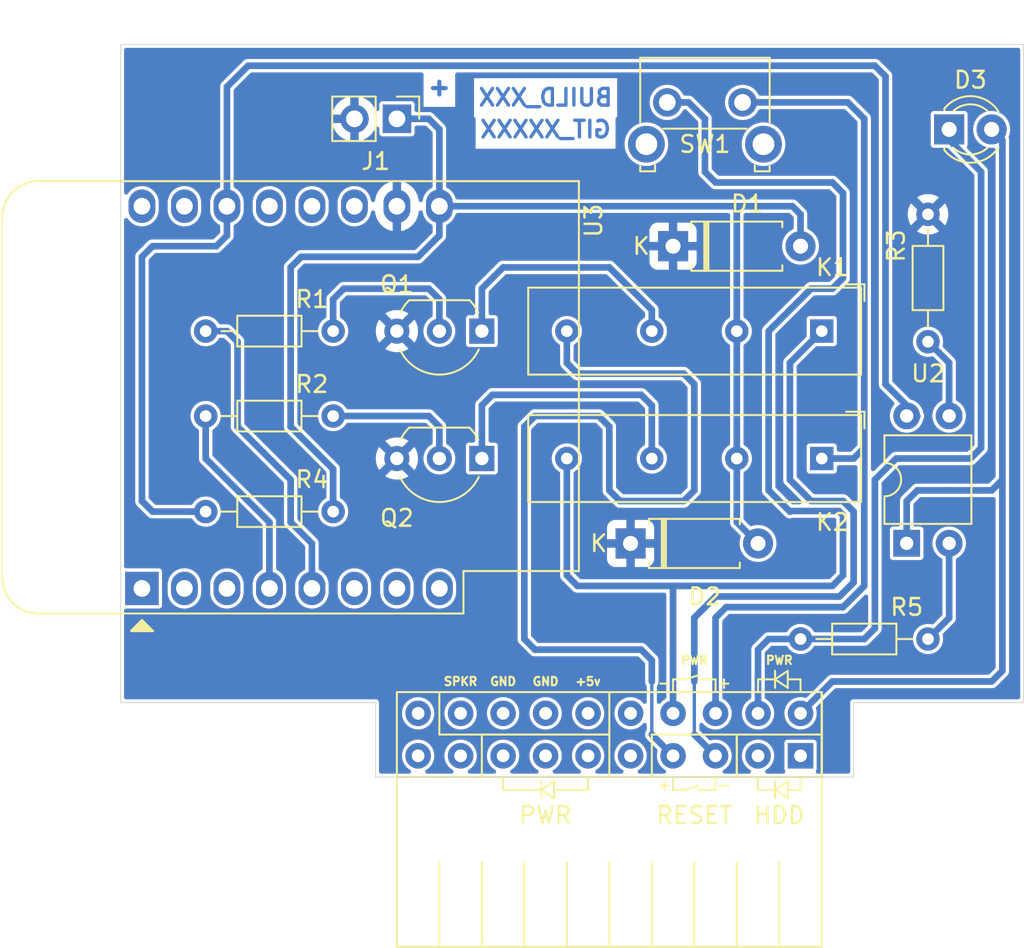
<source format=kicad_pcb>
(kicad_pcb (version 20211014) (generator pcbnew)
  (layers (0 "F.Cu" signal) (31 "B.Cu" signal) (34 "B.Paste" user) (35 "F.Paste" user) (36 "B.SilkS" user "B.Silkscreen") (37 "F.SilkS" user "F.Silkscreen") (38 "B.Mask" user) (39 "F.Mask" user) (44 "Edge.Cuts" user))
  (net 0 "")
  (net 1 "RSTCON_P")
  (net 2 "RSTCON_N")
  (net 3 "PWRBTN_N")
  (net 4 "PWRBTN_P")
  (net 5 "PWRBTN_TTL")
  (net 6 "RSTCON_TTL")
  (net 7 "+5V")
  (net 8 "GND")
  (net 9 "PWRLED_P")
  (net 10 "PWRLED_N")
  (net 11 "Net-(Q1-Pad2)")
  (net 12 "Net-(Q2-Pad2)")
  (net 13 "Net-(R3-Pad2)")
  (net 14 "PWRLED_TTL")
  (net 15 "Net-(K1-Pad5)")
  (net 16 "Net-(K2-Pad5)")
  (net 17 "Net-(R5-Pad1)")
  (footprint "Relay_THT:Relay_SPST_StandexMeder_SIL_Form1A" (layer "F.Cu") (at 151.13 67.31 180)
    (fp_text reference "K2" (at -0.635 -3.81) (layer "F.SilkS"))
    (fp_text value "SILxx-1Axx-71x")
    (fp_line (start -1.45 2.8) (end -2.55 2.8) (layer "F.SilkS") (width 0.12))
    (fp_line (start -2.35 -2.6) (end 17.55 -2.6) (layer "F.SilkS") (width 0.12))
    (fp_line (start -2.35 2.6) (end -2.35 -2.6) (layer "F.SilkS") (width 0.12))
    (fp_line (start 17.55 -2.6) (end 17.55 2.6) (layer "F.SilkS") (width 0.12))
    (fp_line (start 17.55 2.6) (end -2.35 2.6) (layer "F.SilkS") (width 0.12))
    (fp_line (start -2.55 2.8) (end -2.55 1.8) (layer "F.SilkS") (width 0.12))
    (pad "1" thru_hole rect locked (at 0 0 180) (size 1.4 1.4) (drill 0.7) (layers *.Cu *.Mask) (net 4 "PWRBTN_P"))
    (pad "3" thru_hole circle locked (at 5.08 0 180) (size 1.4 1.4) (drill 0.7) (layers *.Cu *.Mask) (net 7 "+5V"))
    (pad "5" thru_hole circle locked (at 10.16 0 180) (size 1.4 1.4) (drill 0.7) (layers *.Cu *.Mask) (net 16 "Net-(K2-Pad5)"))
    (pad "7" thru_hole circle locked (at 15.24 0 180) (size 1.4 1.4) (drill 0.7) (layers *.Cu *.Mask) (net 3 "PWRBTN_N"))
  )
  (footprint "Package_TO_SOT_THT:TO-92_Inline_Wide" (layer "F.Cu") (at 130.81 59.69 180)
    (fp_text reference "Q1" (at 5.08 2.79) (layer "F.SilkS"))
    (fp_text value "BC547")
    (fp_line (start 0.74 1.85) (end 4.34 1.85) (layer "F.SilkS") (width 0.12))
    (fp_arc (start 0.1836 -1.098807) (mid 1.143021 -2.192817) (end 2.54 -2.6) (layer "F.SilkS") (width 0.12))
    (fp_arc (start 0.74 1.85) (mid 0.446097 1.509328) (end 0.215816 1.122795) (layer "F.SilkS") (width 0.12))
    (fp_arc (start 2.54 -2.6) (mid 3.936979 -2.192818) (end 4.8964 -1.098807) (layer "F.SilkS") (width 0.12))
    (fp_arc (start 4.864184 1.122795) (mid 4.633903 1.509328) (end 4.34 1.85) (layer "F.SilkS") (width 0.12))
    (pad "1" thru_hole rect locked (at 0 0 270) (size 1.5 1.5) (drill 0.8) (layers *.Cu *.Mask) (net 15 "Net-(K1-Pad5)"))
    (pad "2" thru_hole circle locked (at 2.54 0 270) (size 1.5 1.5) (drill 0.8) (layers *.Cu *.Mask) (net 11 "Net-(Q1-Pad2)"))
    (pad "3" thru_hole circle locked (at 5.08 0 270) (size 1.5 1.5) (drill 0.8) (layers *.Cu *.Mask) (net 8 "GND"))
  )
  (footprint "Package_TO_SOT_THT:TO-92_Inline_Wide" (layer "F.Cu") (at 130.81 67.31 180)
    (fp_text reference "Q2" (at 5.08 -3.56) (layer "F.SilkS"))
    (fp_text value "BC547")
    (fp_line (start 0.74 1.85) (end 4.34 1.85) (layer "F.SilkS") (width 0.12))
    (fp_arc (start 2.54 -2.6) (mid 3.936979 -2.192818) (end 4.8964 -1.098807) (layer "F.SilkS") (width 0.12))
    (fp_arc (start 4.864184 1.122795) (mid 4.633903 1.509328) (end 4.34 1.85) (layer "F.SilkS") (width 0.12))
    (fp_arc (start 0.1836 -1.098807) (mid 1.143021 -2.192817) (end 2.54 -2.6) (layer "F.SilkS") (width 0.12))
    (fp_arc (start 0.74 1.85) (mid 0.446097 1.509328) (end 0.215816 1.122795) (layer "F.SilkS") (width 0.12))
    (pad "1" thru_hole rect locked (at 0 0 270) (size 1.5 1.5) (drill 0.8) (layers *.Cu *.Mask) (net 16 "Net-(K2-Pad5)"))
    (pad "2" thru_hole circle locked (at 2.54 0 270) (size 1.5 1.5) (drill 0.8) (layers *.Cu *.Mask) (net 12 "Net-(Q2-Pad2)"))
    (pad "3" thru_hole circle locked (at 5.08 0 270) (size 1.5 1.5) (drill 0.8) (layers *.Cu *.Mask) (net 8 "GND"))
  )
  (footprint "Resistor_THT:R_Axial_DIN0204_L3.6mm_D1.6mm_P7.62mm_Horizontal" (layer "F.Cu") (at 114.3 64.77)
    (fp_text reference "R2" (at 6.35 -1.905) (layer "F.SilkS"))
    (fp_text value "220")
    (fp_line (start 0.94 0) (end 1.89 0) (layer "F.SilkS") (width 0.12))
    (fp_line (start 5.73 -0.92) (end 1.89 -0.92) (layer "F.SilkS") (width 0.12))
    (fp_line (start 1.89 -0.92) (end 1.89 0.92) (layer "F.SilkS") (width 0.12))
    (fp_line (start 1.89 0.92) (end 5.73 0.92) (layer "F.SilkS") (width 0.12))
    (fp_line (start 6.68 0) (end 5.73 0) (layer "F.SilkS") (width 0.12))
    (fp_line (start 5.73 0.92) (end 5.73 -0.92) (layer "F.SilkS") (width 0.12))
    (pad "1" thru_hole circle locked (at 0 0) (size 1.4 1.4) (drill 0.7) (layers *.Cu *.Mask) (net 5 "PWRBTN_TTL"))
    (pad "2" thru_hole oval locked (at 7.62 0) (size 1.4 1.4) (drill 0.7) (layers *.Cu *.Mask) (net 12 "Net-(Q2-Pad2)"))
  )
  (footprint "Resistor_THT:R_Axial_DIN0204_L3.6mm_D1.6mm_P7.62mm_Horizontal" (layer "F.Cu") (at 121.92 70.485 180)
    (fp_text reference "R4" (at 1.27 1.92) (layer "F.SilkS"))
    (fp_text value "10k")
    (fp_line (start 0.94 0) (end 1.89 0) (layer "F.SilkS") (width 0.12))
    (fp_line (start 1.89 0.92) (end 5.73 0.92) (layer "F.SilkS") (width 0.12))
    (fp_line (start 5.73 -0.92) (end 1.89 -0.92) (layer "F.SilkS") (width 0.12))
    (fp_line (start 5.73 0.92) (end 5.73 -0.92) (layer "F.SilkS") (width 0.12))
    (fp_line (start 1.89 -0.92) (end 1.89 0.92) (layer "F.SilkS") (width 0.12))
    (fp_line (start 6.68 0) (end 5.73 0) (layer "F.SilkS") (width 0.12))
    (pad "1" thru_hole circle locked (at 0 0 180) (size 1.4 1.4) (drill 0.7) (layers *.Cu *.Mask) (net 7 "+5V"))
    (pad "2" thru_hole oval locked (at 7.62 0 180) (size 1.4 1.4) (drill 0.7) (layers *.Cu *.Mask) (net 14 "PWRLED_TTL"))
  )
  (footprint "Resistor_THT:R_Axial_DIN0204_L3.6mm_D1.6mm_P7.62mm_Horizontal" (layer "F.Cu") (at 114.3 59.69)
    (fp_text reference "R1" (at 6.35 -1.905) (layer "F.SilkS"))
    (fp_text value "220")
    (fp_line (start 1.89 -0.92) (end 1.89 0.92) (layer "F.SilkS") (width 0.12))
    (fp_line (start 5.73 -0.92) (end 1.89 -0.92) (layer "F.SilkS") (width 0.12))
    (fp_line (start 6.68 0) (end 5.73 0) (layer "F.SilkS") (width 0.12))
    (fp_line (start 1.89 0.92) (end 5.73 0.92) (layer "F.SilkS") (width 0.12))
    (fp_line (start 0.94 0) (end 1.89 0) (layer "F.SilkS") (width 0.12))
    (fp_line (start 5.73 0.92) (end 5.73 -0.92) (layer "F.SilkS") (width 0.12))
    (pad "1" thru_hole circle locked (at 0 0) (size 1.4 1.4) (drill 0.7) (layers *.Cu *.Mask) (net 6 "RSTCON_TTL"))
    (pad "2" thru_hole oval locked (at 7.62 0) (size 1.4 1.4) (drill 0.7) (layers *.Cu *.Mask) (net 11 "Net-(Q1-Pad2)"))
  )
  (footprint "Diode_THT:D_A-405_P7.62mm_Horizontal" (layer "F.Cu") (at 139.7 72.39)
    (fp_text reference "D2" (at 4.445 3.175) (layer "F.SilkS"))
    (fp_text value "DIODE" hide)
    (fp_text user "K" (at -1.905 0) (layer "F.SilkS"))
    (fp_line (start 1.87 -1.47) (end 1.87 1.47) (layer "F.SilkS") (width 0.12))
    (fp_line (start 1.09 -1.14) (end 1.09 -1.47) (layer "F.SilkS") (width 0.12))
    (fp_line (start 1.09 1.47) (end 6.53 1.47) (layer "F.SilkS") (width 0.12))
    (fp_line (start 1.99 -1.47) (end 1.99 1.47) (layer "F.SilkS") (width 0.12))
    (fp_line (start 1.09 -1.47) (end 6.53 -1.47) (layer "F.SilkS") (width 0.12))
    (fp_line (start 6.53 1.47) (end 6.53 1.14) (layer "F.SilkS") (width 0.12))
    (fp_line (start 2.11 -1.47) (end 2.11 1.47) (layer "F.SilkS") (width 0.12))
    (fp_line (start 1.09 1.14) (end 1.09 1.47) (layer "F.SilkS") (width 0.12))
    (fp_line (start 6.53 -1.47) (end 6.53 -1.14) (layer "F.SilkS") (width 0.12))
    (pad "1" thru_hole rect locked (at 0 0) (size 1.8 1.8) (drill 0.9) (layers *.Cu *.Mask) (net 8 "GND"))
    (pad "2" thru_hole oval locked (at 7.62 0) (size 1.8 1.8) (drill 0.9) (layers *.Cu *.Mask) (net 7 "+5V"))
  )
  (footprint "Resistor_THT:R_Axial_DIN0204_L3.6mm_D1.6mm_P7.62mm_Horizontal" (layer "F.Cu") (at 157.48 52.705 -90)
    (fp_text reference "R3" (at 1.89 1.905 90) (layer "F.SilkS"))
    (fp_text value "220")
    (fp_line (start 1.89 -0.92) (end 1.89 0.92) (layer "F.SilkS") (width 0.12))
    (fp_line (start 1.89 0.92) (end 5.73 0.92) (layer "F.SilkS") (width 0.12))
    (fp_line (start 6.68 0) (end 5.73 0) (layer "F.SilkS") (width 0.12))
    (fp_line (start 0.94 0) (end 1.89 0) (layer "F.SilkS") (width 0.12))
    (fp_line (start 5.73 0.92) (end 5.73 -0.92) (layer "F.SilkS") (width 0.12))
    (fp_line (start 5.73 -0.92) (end 1.89 -0.92) (layer "F.SilkS") (width 0.12))
    (pad "1" thru_hole circle locked (at 0 0 270) (size 1.4 1.4) (drill 0.7) (layers *.Cu *.Mask) (net 8 "GND"))
    (pad "2" thru_hole oval locked (at 7.62 0 270) (size 1.4 1.4) (drill 0.7) (layers *.Cu *.Mask) (net 13 "Net-(R3-Pad2)"))
  )
  (footprint "Diode_THT:D_A-405_P7.62mm_Horizontal" (layer "F.Cu") (at 142.24 54.61)
    (fp_text reference "D1" (at 4.445 -2.54 180) (layer "F.SilkS"))
    (fp_text value "DIODE" hide)
    (fp_text user "K" (at -1.905 0) (layer "F.SilkS"))
    (fp_line (start 1.09 1.14) (end 1.09 1.47) (layer "F.SilkS") (width 0.12))
    (fp_line (start 1.09 1.47) (end 6.53 1.47) (layer "F.SilkS") (width 0.12))
    (fp_line (start 6.53 -1.47) (end 6.53 -1.14) (layer "F.SilkS") (width 0.12))
    (fp_line (start 6.53 1.47) (end 6.53 1.14) (layer "F.SilkS") (width 0.12))
    (fp_line (start 1.09 -1.47) (end 6.53 -1.47) (layer "F.SilkS") (width 0.12))
    (fp_line (start 2.11 -1.47) (end 2.11 1.47) (layer "F.SilkS") (width 0.12))
    (fp_line (start 1.99 -1.47) (end 1.99 1.47) (layer "F.SilkS") (width 0.12))
    (fp_line (start 1.87 -1.47) (end 1.87 1.47) (layer "F.SilkS") (width 0.12))
    (fp_line (start 1.09 -1.14) (end 1.09 -1.47) (layer "F.SilkS") (width 0.12))
    (pad "1" thru_hole rect locked (at 0 0) (size 1.8 1.8) (drill 0.9) (layers *.Cu *.Mask) (net 8 "GND"))
    (pad "2" thru_hole oval locked (at 7.62 0) (size 1.8 1.8) (drill 0.9) (layers *.Cu *.Mask) (net 7 "+5V"))
  )
  (footprint "Package_DIP:DIP-4_W7.62mm" (layer "F.Cu") (at 156.205 72.38 90)
    (fp_text reference "U2" (at 10.15 1.275 180) (layer "F.SilkS"))
    (fp_text value "FODM217A")
    (fp_line (start 1.16 3.87) (end 6.46 3.87) (layer "F.SilkS") (width 0.12))
    (fp_line (start 2.81 -1.33) (end 1.16 -1.33) (layer "F.SilkS") (width 0.12))
    (fp_line (start 6.46 -1.33) (end 4.81 -1.33) (layer "F.SilkS") (width 0.12))
    (fp_line (start 6.46 3.87) (end 6.46 -1.33) (layer "F.SilkS") (width 0.12))
    (fp_line (start 1.16 -1.33) (end 1.16 3.87) (layer "F.SilkS") (width 0.12))
    (fp_arc (start 4.81 -1.33) (mid 3.81 -0.33) (end 2.81 -1.33) (layer "F.SilkS") (width 0.12))
    (pad "1" thru_hole rect locked (at 0 0 90) (size 1.6 1.6) (drill 0.8) (layers *.Cu *.Mask) (net 9 "PWRLED_P"))
    (pad "2" thru_hole oval locked (at 0 2.54 90) (size 1.6 1.6) (drill 0.8) (layers *.Cu *.Mask) (net 17 "Net-(R5-Pad1)"))
    (pad "3" thru_hole oval locked (at 7.62 2.54 90) (size 1.6 1.6) (drill 0.8) (layers *.Cu *.Mask) (net 13 "Net-(R3-Pad2)"))
    (pad "4" thru_hole oval locked (at 7.62 0 90) (size 1.6 1.6) (drill 0.8) (layers *.Cu *.Mask) (net 14 "PWRLED_TTL"))
  )
  (footprint "Relay_THT:Relay_SPST_StandexMeder_SIL_Form1A" (layer "F.Cu") (at 151.13 59.69 180)
    (fp_text reference "K1" (at -0.635 3.81) (layer "F.SilkS"))
    (fp_text value "SILxx-1Axx-71x")
    (fp_line (start 17.55 2.6) (end -2.35 2.6) (layer "F.SilkS") (width 0.12))
    (fp_line (start -2.35 2.6) (end -2.35 -2.6) (layer "F.SilkS") (width 0.12))
    (fp_line (start -2.35 -2.6) (end 17.55 -2.6) (layer "F.SilkS") (width 0.12))
    (fp_line (start 17.55 -2.6) (end 17.55 2.6) (layer "F.SilkS") (width 0.12))
    (fp_line (start -2.55 2.8) (end -2.55 1.8) (layer "F.SilkS") (width 0.12))
    (fp_line (start -1.45 2.8) (end -2.55 2.8) (layer "F.SilkS") (width 0.12))
    (pad "1" thru_hole rect locked (at 0 0 180) (size 1.4 1.4) (drill 0.7) (layers *.Cu *.Mask) (net 2 "RSTCON_N"))
    (pad "3" thru_hole circle locked (at 5.08 0 180) (size 1.4 1.4) (drill 0.7) (layers *.Cu *.Mask) (net 7 "+5V"))
    (pad "5" thru_hole circle locked (at 10.16 0 180) (size 1.4 1.4) (drill 0.7) (layers *.Cu *.Mask) (net 15 "Net-(K1-Pad5)"))
    (pad "7" thru_hole circle locked (at 15.24 0 180) (size 1.4 1.4) (drill 0.7) (layers *.Cu *.Mask) (net 1 "RSTCON_P"))
  )
  (footprint "LED_THT:LED_D3.0mm" (layer "F.Cu") (at 158.745 47.625)
    (fp_text reference "D3" (at 1.27 -2.96) (layer "F.SilkS"))
    (fp_text value "LED" hide)
    (fp_line (start -0.29 -1.236) (end -0.29 -1.08) (layer "F.SilkS") (width 0.12))
    (fp_line (start -0.29 1.08) (end -0.29 1.236) (layer "F.SilkS") (width 0.12))
    (fp_arc (start 0.229039 -1.08) (mid 1.270117 -1.5) (end 2.31113 -1.079837) (layer "F.SilkS") (width 0.12))
    (fp_arc (start 2.942335 1.078608) (mid 1.366487 1.987659) (end -0.29 1.235516) (layer "F.SilkS") (width 0.12))
    (fp_arc (start 2.31113 1.079837) (mid 1.270117 1.5) (end 0.229039 1.08) (layer "F.SilkS") (width 0.12))
    (fp_arc (start -0.29 -1.235516) (mid 1.366487 -1.987659) (end 2.942335 -1.078608) (layer "F.SilkS") (width 0.12))
    (pad "1" thru_hole rect locked (at 0 0) (size 1.8 1.8) (drill 0.9) (layers *.Cu *.Mask) (net 10 "PWRLED_N"))
    (pad "2" thru_hole circle locked (at 2.54 0) (size 1.8 1.8) (drill 0.9) (layers *.Cu *.Mask) (net 9 "PWRLED_P"))
  )
  (footprint "Button_Switch_THT:SW_Tactile_SKHH_Angled" (layer "F.Cu") (at 141.895 46.01)
    (fp_text reference "SW1" (at 2.25 2.5) (layer "F.SilkS"))
    (fp_text value "SW_Push" hide)
    (fp_line (start -1.62 3.82) (end -1.62 4.12) (layer "F.SilkS") (width 0.12))
    (fp_line (start -0.24 1.57) (end 4.74 1.57) (layer "F.SilkS") (width 0.12))
    (fp_line (start 6.12 -2.67) (end -1.62 -2.67) (layer "F.SilkS") (width 0.12))
    (fp_line (start -1.62 -2.67) (end -1.62 1.18) (layer "F.SilkS") (width 0.12))
    (fp_line (start 6.12 1.18) (end 6.12 -2.67) (layer "F.SilkS") (width 0.12))
    (fp_line (start 5.23 4.12) (end 5.23 3.77) (layer "F.SilkS") (width 0.12))
    (fp_line (start -0.73 4.12) (end -1.62 4.12) (layer "F.SilkS") (width 0.12))
    (fp_line (start 6.12 3.82) (end 6.12 4.12) (layer "F.SilkS") (width 0.12))
    (fp_line (start -0.73 4.12) (end -0.73 3.77) (layer "F.SilkS") (width 0.12))
    (fp_line (start 6.12 4.12) (end 5.23 4.12) (layer "F.SilkS") (width 0.12))
    (pad "" thru_hole circle locked (at -1.25 2.5 180) (size 2.2 2.2) (drill 1.3) (layers *.Cu *.Mask))
    (pad "" thru_hole circle locked (at 5.75 2.5 180) (size 2.2 2.2) (drill 1.3) (layers *.Cu *.Mask))
    (pad "1" thru_hole circle locked (at 0 0 180) (size 1.7 1.7) (drill 1) (layers *.Cu *.Mask) (net 3 "PWRBTN_N"))
    (pad "2" thru_hole circle locked (at 4.5 0 180) (size 1.7 1.7) (drill 1) (layers *.Cu *.Mask) (net 4 "PWRBTN_P"))
  )
  (footprint "Resistor_THT:R_Axial_DIN0204_L3.6mm_D1.6mm_P7.62mm_Horizontal" (layer "F.Cu") (at 157.48 78.105 180)
    (fp_text reference "R5" (at 1.27 1.905) (layer "F.SilkS"))
    (fp_text value "220")
    (fp_line (start 1.89 -0.92) (end 1.89 0.92) (layer "F.SilkS") (width 0.12))
    (fp_line (start 5.73 -0.92) (end 1.89 -0.92) (layer "F.SilkS") (width 0.12))
    (fp_line (start 5.73 0.92) (end 5.73 -0.92) (layer "F.SilkS") (width 0.12))
    (fp_line (start 0.94 0) (end 1.89 0) (layer "F.SilkS") (width 0.12))
    (fp_line (start 6.68 0) (end 5.73 0) (layer "F.SilkS") (width 0.12))
    (fp_line (start 1.89 0.92) (end 5.73 0.92) (layer "F.SilkS") (width 0.12))
    (pad "1" thru_hole circle locked (at 0 0 180) (size 1.4 1.4) (drill 0.7) (layers *.Cu *.Mask) (net 17 "Net-(R5-Pad1)"))
    (pad "2" thru_hole oval locked (at 7.62 0 180) (size 1.4 1.4) (drill 0.7) (layers *.Cu *.Mask) (net 10 "PWRLED_N"))
  )
  (footprint "symbols:atx-panel-horz-inverted" (layer "F.Cu") (at 138.43 83.82)
    (fp_text reference "J3" hide)
    (fp_text value "atxpanel")
    (fp_text user "PWR" (at -3.81 4.826) (layer "F.SilkS"))
    (fp_text user "HDD" (at 10.16 4.826) (layer "F.SilkS"))
    (fp_text user "GND" (at -3.81 -3.175) (layer "F.SilkS") (effects (font (size 0.5 0.5) (thickness 0.125))))
    (fp_text user "+5v" (at -1.27 -3.175) (layer "F.SilkS") (effects (font (size 0.5 0.5) (thickness 0.125))))
    (fp_text user "PWR" (at 5.08 -4.445) (layer "F.SilkS") (effects (font (size 0.5 0.5) (thickness 0.125))))
    (fp_text user "SPKR" (at -8.89 -3.175) (layer "F.SilkS") (effects (font (size 0.5 0.5) (thickness 0.125))))
    (fp_text user "GND" (at -6.35 -3.175) (layer "F.SilkS") (effects (font (size 0.5 0.5) (thickness 0.125))))
    (fp_text user "RESET" (at 5.08 4.826) (layer "F.SilkS"))
    (fp_text user "PWR" (at 10.16 -4.445) (layer "F.SilkS") (effects (font (size 0.5 0.5) (thickness 0.125))))
    (fp_line (start -5.08 12.7) (end -2.54 12.7) (layer "F.SilkS") (width 0.12))
    (fp_line (start -12.7 2.54) (end 12.7 2.54) (layer "F.SilkS") (width 0.12))
    (fp_line (start 10.16 7.62) (end 10.16 12.7) (layer "F.SilkS") (width 0.12))
    (fp_line (start -6.35 3.302) (end -6.35 2.54) (layer "F.SilkS") (width 0.12))
    (fp_line (start 5.334 -3.556) (end 4.572 -3.302) (layer "F.SilkS") (width 0.12))
    (fp_line (start 3.81 -3.302) (end 4.572 -3.302) (layer "F.SilkS") (width 0.12))
    (fp_line (start -4.064 2.794) (end -4.064 3.81) (layer "F.SilkS") (width 0.12))
    (fp_line (start 11.43 -2.54) (end 11.43 -3.302) (layer "F.SilkS") (width 0.12))
    (fp_line (start 12.7 12.7) (end 12.7 2.54) (layer "F.SilkS") (width 0.12))
    (fp_line (start 12.7 0) (end 12.7 2.54) (layer "F.SilkS") (width 0.12))
    (fp_line (start -4.064 3.302) (end -6.35 3.302) (layer "F.SilkS") (width 0.12))
    (fp_line (start 3.048 3.048) (end 3.556 3.048) (layer "F.SilkS") (width 0.12))
    (fp_line (start 2.54 0) (end 2.54 2.54) (layer "F.SilkS") (width 0.12))
    (fp_line (start 6.604 -3.048) (end 7.112 -3.048) (layer "F.SilkS") (width 0.12))
    (fp_line (start 6.35 3.302) (end 6.35 2.54) (layer "F.SilkS") (width 0.12))
    (fp_line (start 5.334 -3.302) (end 6.35 -3.302) (layer "F.SilkS") (width 0.12))
    (fp_line (start -1.27 3.302) (end -3.302 3.302) (layer "F.SilkS") (width 0.12))
    (fp_line (start -7.62 0) (end 0 0) (layer "F.SilkS") (width 0.12))
    (fp_line (start -12.7 -2.54) (end -12.7 12.7) (layer "F.SilkS") (width 0.12))
    (fp_line (start -7.62 0) (end 0 0) (layer "F.SilkS") (width 0.12))
    (fp_line (start 12.7 2.54) (end 7.62 2.54) (layer "F.SilkS") (width 0.12))
    (fp_line (start -2.54 12.7) (end -2.54 7.62) (layer "F.SilkS") (width 0.12))
    (fp_line (start 7.62 0) (end 12.7 0) (layer "F.SilkS") (width 0.12))
    (fp_line (start -4.064 3.302) (end -3.302 3.81) (layer "F.SilkS") (width 0.12))
    (fp_line (start -12.7 12.7) (end 12.7 12.7) (layer "F.SilkS") (width 0.12))
    (fp_line (start -7.62 2.54) (end -7.62 0) (layer "F.SilkS") (width 0.12))
    (fp_line (start 0 2.54) (end -7.62 2.54) (layer "F.SilkS") (width 0.12))
    (fp_line (start 9.906 3.302) (end 10.668 2.794) (layer "F.SilkS") (width 0.12))
    (fp_line (start 3.302 2.794) (end 3.302 3.302) (layer "F.SilkS") (width 0.12))
    (fp_line (start 8.89 2.54) (end 8.89 3.302) (layer "F.SilkS") (width 0.12))
    (fp_line (start 9.906 -3.302) (end 8.89 -3.302) (layer "F.SilkS") (width 0.12))
    (fp_line (start 6.858 -3.302) (end 6.858 -2.794) (layer "F.SilkS") (width 0.12))
    (fp_line (start 3.048 -3.048) (end 3.556 -3.048) (layer "F.SilkS") (width 0.12))
    (fp_line (start 9.906 3.81) (end 9.906 2.794) (layer "F.SilkS") (width 0.12))
    (fp_line (start 10.668 -2.794) (end 9.906 -3.302) (layer "F.SilkS") (width 0.12))
    (fp_line (start 0 0) (end 0 2.54) (layer "F.SilkS") (width 0.12))
    (fp_line (start 12.7 -2.54) (end 12.7 2.54) (layer "F.SilkS") (width 0.12))
    (fp_line (start 6.604 3.048) (end 7.112 3.048) (layer "F.SilkS") (width 0.12))
    (fp_line (start 12.7 -2.54) (end -12.7 -2.54) (layer "F.SilkS") (width 0.12))
    (fp_line (start 5.334 3.302) (end 6.35 3.302) (layer "F.SilkS") (width 0.12))
    (fp_line (start 10.668 -2.794) (end 10.668 -3.81) (layer "F.SilkS") (width 0.12))
    (fp_line (start 9.906 -3.81) (end 9.906 -3.302) (layer "F.SilkS") (width 0.12))
    (fp_line (start 9.906 3.302) (end 8.89 3.302) (layer "F.SilkS") (width 0.12))
    (fp_line (start -1.27 3.302) (end -1.27 2.54) (layer "F.SilkS") (width 0.12))
    (fp_line (start 11.43 3.302) (end 11.43 2.54) (layer "F.SilkS") (width 0.12))
    (fp_line (start -3.302 3.81) (end -3.302 2.794) (layer "F.SilkS") (width 0.12))
    (fp_line (start -10.16 0) (end -7.62 0) (layer "F.SilkS") (width 0.12))
    (fp_line (start 3.81 3.302) (end 4.572 3.302) (layer "F.SilkS") (width 0.12))
    (fp_line (start -10.16 7.62) (end -10.16 12.7) (layer "F.SilkS") (width 0.12))
    (fp_line (start 7.62 2.54) (end 7.62 0) (layer "F.SilkS") (width 0.12))
    (fp_line (start 6.35 -3.302) (end 6.35 -2.54) (layer "F.SilkS") (width 0.12))
    (fp_line (start 5.08 7.62) (end 5.08 12.7) (layer "F.SilkS") (width 0.12))
    (fp_line (start 10.668 3.81) (end 9.906 3.302) (layer "F.SilkS") (width 0.12))
    (fp_line (start 3.81 2.54) (end 3.81 3.302) (layer "F.SilkS") (width 0.12))
    (fp_line (start 8.89 -3.302) (end 8.89 -2.54) (layer "F.SilkS") (width 0.12))
    (fp_line (start 12.7 0) (end 12.7 -2.54) (layer "F.SilkS") (width 0.12))
    (fp_line (start 0 0) (end 0 -2.54) (layer "F.SilkS") (width 0.12))
    (fp_line (start 7.62 0) (end 2.54 0) (layer "F.SilkS") (width 0.12))
    (fp_line (start -3.302 2.794) (end -4.064 3.302) (layer "F.SilkS") (width 0.12))
    (fp_line (start 0 12.7) (end 0 7.62) (layer "F.SilkS") (width 0.12))
    (fp_line (start 2.54 12.7) (end 2.54 7.62) (layer "F.SilkS") (width 0.12))
    (fp_line (start 9.906 -3.302) (end 10.668 -3.81) (layer "F.SilkS") (width 0.12))
    (fp_line (start 3.81 -2.54) (end 3.81 -3.302) (layer "F.SilkS") (width 0.12))
    (fp_line (start 7.62 7.62) (end 7.62 12.7) (layer "F.SilkS") (width 0.12))
    (fp_line (start -10.16 -2.54) (end -10.16 0) (layer "F.SilkS") (width 0.12))
    (fp_line (start 7.62 2.54) (end 7.62 0) (layer "F.SilkS") (width 0.12))
    (fp_line (start 11.43 -3.302) (end 10.668 -3.302) (layer "F.SilkS") (width 0.12))
    (fp_line (start -10.16 12.7) (end -7.62 12.7) (layer "F.SilkS") (width 0.12))
    (fp_line (start 5.334 3.048) (end 4.572 3.302) (layer "F.SilkS") (width 0.12))
    (fp_line (start 2.54 2.54) (end 7.62 2.54) (layer "F.SilkS") (width 0.12))
    (fp_line (start -5.08 7.62) (end -5.08 12.7) (layer "F.SilkS") (width 0.12))
    (fp_line (start -7.62 12.7) (end -7.62 7.62) (layer "F.SilkS") (width 0.12))
    (fp_line (start 9.906 -2.794) (end 9.906 -3.81) (layer "F.SilkS") (width 0.12))
    (fp_line (start 10.668 3.302) (end 11.43 3.302) (layer "F.SilkS") (width 0.12))
    (fp_line (start 10.668 2.794) (end 10.668 3.81) (layer "F.SilkS") (width 0.12))
    (fp_line (start 12.7 -2.54) (end 12.7 2.54) (layer "F.SilkS") (width 0.12))
    (pad "1" thru_hole rect locked (at 11.43 1.27) (size 1.524 1.524) (drill 0.762) (layers *.Cu *.Mask))
    (pad "2" thru_hole circle locked (at 11.43 -1.27) (size 1.524 1.524) (drill 0.762) (layers *.Cu *.Mask) (net 9 "PWRLED_P"))
    (pad "3" thru_hole circle locked (at 8.89 1.27) (size 1.524 1.524) (drill 0.762) (layers *.Cu *.Mask))
    (pad "4" thru_hole circle locked (at 8.89 -1.27) (size 1.524 1.524) (drill 0.762) (layers *.Cu *.Mask) (net 10 "PWRLED_N"))
    (pad "5" thru_hole circle locked (at 6.35 1.27) (size 1.524 1.524) (drill 0.762) (layers *.Cu *.Mask) (net 2 "RSTCON_N"))
    (pad "6" thru_hole circle locked (at 6.35 -1.27) (size 1.524 1.524) (drill 0.762) (layers *.Cu *.Mask) (net 4 "PWRBTN_P"))
    (pad "7" thru_hole circle locked (at 3.81 1.27) (size 1.524 1.524) (drill 0.762) (layers *.Cu *.Mask) (net 1 "RSTCON_P"))
    (pad "8" thru_hole circle locked (at 3.81 -1.27) (size 1.524 1.524) (drill 0.762) (layers *.Cu *.Mask) (net 3 "PWRBTN_N"))
    (pad "9" thru_hole circle locked (at 1.27 1.27) (size 1.524 1.524) (drill 0.762) (layers *.Cu *.Mask))
    (pad "10" thru_hole circle locked (at 1.27 -1.27) (size 1.524 1.524) (drill 0.762) (layers *.Cu *.Mask))
    (pad "11" thru_hole circle locked (at -1.27 1.27) (size 1.524 1.524) (drill 0.762) (layers *.Cu *.Mask))
    (pad "12" thru_hole circle locked (at -1.27 -1.27) (size 1.524 1.524) (drill 0.762) (layers *.Cu *.Mask))
    (pad "13" thru_hole circle locked (at -3.81 1.27) (size 1.524 1.524) (drill 0.762) (layers *.Cu *.Mask))
    (pad "14" thru_hole circle locked (at -3.81 -1.27) (size 1.524 1.524) (drill 0.762) (layers *.Cu *.Mask))
    (pad "15" thru_hole circle locked (at -6.35 1.27) (size 1.524 1.524) (drill 0.762) (layers *.Cu *.Mask))
    (pad "16" thru_hole circle locked (at -6.35 -1.27) (size 1.524 1.524) (drill 0.762) (layers *.Cu *.Mask))
    (pad "17" thru_hole circle locked (at -8.89 1.27) (size 1.524 1.524) (drill 0.762) (layers *.Cu *.Mask))
    (pad "18" thru_hole circle locked (at -8.89 -1.27) (size 1.524 1.524) (drill 0.762) (layers *.Cu *.Mask))
    (pad "19" thru_hole circle locked (at -11.43 -1.27) (size 1.524 1.524) (drill 0.762) (layers *.Cu *.Mask))
    (pad "20" thru_hole circle locked (at -11.43 1.27) (size 1.524 1.524) (drill 0.762) (layers *.Cu *.Mask))
  )
  (footprint "Module:WEMOS_D1_mini_light" (layer "F.Cu") (at 110.49 75.08 90)
    (fp_text reference "U3" (at 22 27 90) (layer "F.SilkS"))
    (fp_text value "WeMos_D1_mini")
    (fp_line (start 1.04 19.22) (end 1.04 26.12) (layer "F.SilkS") (width 0.12))
    (fp_line (start 22.24 -8.34) (end 0.63 -8.34) (layer "F.SilkS") (width 0.12))
    (fp_line (start 24.36 26.12) (end 24.36 -6.21) (layer "F.SilkS") (width 0.12))
    (fp_line (start -1.5 19.22) (end -1.5 -6.21) (layer "F.SilkS") (width 0.12))
    (fp_line (start 1.04 26.12) (end 24.36 26.12) (layer "F.SilkS") (width 0.12))
    (fp_line (start -1.5 19.22) (end 1.04 19.22) (layer "F.SilkS") (width 0.12))
    (fp_arc (start 22.23 -8.34) (mid 23.736137 -7.716137) (end 24.36 -6.21) (layer "F.SilkS") (width 0.12))
    (fp_arc (start -1.5 -6.21) (mid -0.876137 -7.716137) (end 0.63 -8.34) (layer "F.SilkS") (width 0.12))
    (fp_poly (pts (xy -2.54 -0.635) (xy -2.54 0.635) (xy -1.905 0)) (layer "F.SilkS") (width 0.15) (fill solid))
    (pad "1" thru_hole rect (at 0 0 90) (size 2 2) (drill 1) (layers *.Cu *.Mask))
    (pad "2" thru_hole oval (at 0 2.54 90) (size 2 1.6) (drill 1) (layers *.Cu *.Mask))
    (pad "3" thru_hole oval (at 0 5.08 90) (size 2 1.6) (drill 1) (layers *.Cu *.Mask))
    (pad "4" thru_hole oval (at 0 7.62 90) (size 2 1.6) (drill 1) (layers *.Cu *.Mask) (net 5 "PWRBTN_TTL"))
    (pad "5" thru_hole oval (at 0 10.16 90) (size 2 1.6) (drill 1) (layers *.Cu *.Mask) (net 6 "RSTCON_TTL"))
    (pad "6" thru_hole oval (at 0 12.7 90) (size 2 1.6) (drill 1) (layers *.Cu *.Mask))
    (pad "7" thru_hole oval (at 0 15.24 90) (size 2 1.6) (drill 1) (layers *.Cu *.Mask))
    (pad "8" thru_hole oval (at 0 17.78 90) (size 2 1.6) (drill 1) (layers *.Cu *.Mask))
    (pad "9" thru_hole oval (at 22.86 17.78 90) (size 2 1.6) (drill 1) (layers *.Cu *.Mask) (net 7 "+5V"))
    (pad "10" thru_hole oval (at 22.86 15.24 90) (size 2 1.6) (drill 1) (layers *.Cu *.Mask) (net 8 "GND"))
    (pad "11" thru_hole oval (at 22.86 12.7 90) (size 2 1.6) (drill 1) (layers *.Cu *.Mask))
    (pad "12" thru_hole oval (at 22.86 10.16 90) (size 2 1.6) (drill 1) (layers *.Cu *.Mask))
    (pad "13" thru_hole oval (at 22.86 7.62 90) (size 2 1.6) (drill 1) (layers *.Cu *.Mask))
    (pad "14" thru_hole oval (at 22.86 5.08 90) (size 2 1.6) (drill 1) (layers *.Cu *.Mask) (net 14 "PWRLED_TTL"))
    (pad "15" thru_hole oval (at 22.86 2.54 90) (size 2 1.6) (drill 1) (layers *.Cu *.Mask))
    (pad "16" thru_hole oval (at 22.86 0 90) (size 2 1.6) (drill 1) (layers *.Cu *.Mask))
  )
  (footprint "Connector_PinHeader_2.54mm:PinHeader_1x02_P2.54mm_Vertical" (layer "F.Cu") (at 125.735 46.99 -90)
    (fp_text reference "J1" (at 2.54 1.275 180) (layer "F.SilkS"))
    (fp_text value "Conn_01x02_Male" hide)
    (fp_line (start -1.33 -1.33) (end 0 -1.33) (layer "F.SilkS") (width 0.12))
    (fp_line (start 1.33 1.27) (end 1.33 3.87) (layer "F.SilkS") (width 0.12))
    (fp_line (start -1.33 1.27) (end 1.33 1.27) (layer "F.SilkS") (width 0.12))
    (fp_line (start -1.33 1.27) (end -1.33 3.87) (layer "F.SilkS") (width 0.12))
    (fp_line (start -1.33 0) (end -1.33 -1.33) (layer "F.SilkS") (width 0.12))
    (fp_line (start -1.33 3.87) (end 1.33 3.87) (layer "F.SilkS") (width 0.12))
    (pad "1" thru_hole rect (at 0 0 270) (size 1.7 1.7) (drill 1) (layers *.Cu *.Mask) (net 7 "+5V"))
    (pad "2" thru_hole oval (at 0 2.54 270) (size 1.7 1.7) (drill 1) (layers *.Cu *.Mask) (net 8 "GND"))
  )
  (gr_line (start 109.22 42.545) (end 109.22 81.915) (layer "Edge.Cuts") (width 0.05))
  (gr_line (start 124.46 86.36) (end 153.035 86.36) (layer "Edge.Cuts") (width 0.05))
  (gr_line (start 124.46 81.915) (end 124.46 86.36) (layer "Edge.Cuts") (width 0.05))
  (gr_line (start 153.035 86.36) (end 153.035 81.915) (layer "Edge.Cuts") (width 0.05))
  (gr_line (start 163.195 42.545) (end 109.22 42.545) (layer "Edge.Cuts") (width 0.05))
  (gr_line (start 163.195 81.915) (end 163.195 42.545) (layer "Edge.Cuts") (width 0.05))
  (gr_line (start 153.035 81.915) (end 163.195 81.915) (layer "Edge.Cuts") (width 0.05))
  (gr_line (start 109.22 81.915) (end 124.46 81.915) (layer "Edge.Cuts") (width 0.05))
  (gr_text "BUILD_XXX" (at 134.62 45.72) (layer "B.Cu") (effects (font (size 1 1) (thickness 0.2)) (justify mirror)))
  (gr_text "+" (at 128.27 45.085) (layer "B.Cu") (effects (font (size 1 1) (thickness 0.25)) (justify mirror)))
  (gr_text "GIT_XXXXX" (at 134.62 47.625) (layer "B.Cu") (effects (font (size 1 1) (thickness 0.2)) (justify mirror)))
  (segment (start 138.43 65.405) (end 137.795 64.77) (width 0.4) (layer "B.Cu") (net 1))
  (segment (start 136.525 62.23) (end 142.875 62.23) (width 0.4) (layer "B.Cu") (net 1))
  (segment (start 139.065 69.85) (end 138.43 69.215) (width 0.4) (layer "B.Cu") (net 1))
  (segment (start 140.335 78.74) (end 140.97 79.375) (width 0.4) (layer "B.Cu") (net 1))
  (segment (start 142.875 62.23) (end 143.51 62.865) (width 0.4) (layer "B.Cu") (net 1))
  (segment (start 143.51 69.215) (end 142.875 69.85) (width 0.4) (layer "B.Cu") (net 1))
  (segment (start 133.985 78.74) (end 140.335 78.74) (width 0.4) (layer "B.Cu") (net 1))
  (segment (start 133.35 65.405) (end 133.35 78.105) (width 0.4) (layer "B.Cu") (net 1))
  (segment (start 137.795 64.77) (end 133.985 64.77) (width 0.4) (layer "B.Cu") (net 1))
  (segment (start 142.875 69.85) (end 139.065 69.85) (width 0.4) (layer "B.Cu") (net 1))
  (segment (start 138.43 69.215) (end 138.43 65.405) (width 0.4) (layer "B.Cu") (net 1))
  (segment (start 140.97 83.82) (end 142.24 85.09) (width 0.4) (layer "B.Cu") (net 1))
  (segment (start 140.97 79.375) (end 140.97 80.645) (width 0.4) (layer "B.Cu") (net 1))
  (segment (start 133.985 64.77) (end 133.35 65.405) (width 0.4) (layer "B.Cu") (net 1))
  (segment (start 143.51 62.865) (end 143.51 69.215) (width 0.4) (layer "B.Cu") (net 1))
  (segment (start 133.35 78.105) (end 133.985 78.74) (width 0.4) (layer "B.Cu") (net 1))
  (segment (start 135.89 59.69) (end 135.89 61.595) (width 0.4) (layer "B.Cu") (net 1))
  (segment (start 135.89 61.595) (end 136.525 62.23) (width 0.4) (layer "B.Cu") (net 1))
  (segment (start 140.97 83.82) (end 140.97 80.645) (width 0.2) (layer "B.Cu") (net 1))
  (segment (start 152.18715 75.565) (end 144.78 75.565) (width 0.4) (layer "B.Cu") (net 2))
  (segment (start 143.51 76.835) (end 143.51 80.645) (width 0.4) (layer "B.Cu") (net 2))
  (segment (start 143.51 83.82) (end 143.51 80.645) (width 0.2) (layer "B.Cu") (net 2))
  (segment (start 152.4 69.85) (end 153.035 70.485) (width 0.4) (layer "B.Cu") (net 2))
  (segment (start 153.035 70.485) (end 153.035 74.71715) (width 0.4) (layer "B.Cu") (net 2))
  (segment (start 144.78 85.09) (end 143.51 83.82) (width 0.4) (layer "B.Cu") (net 2))
  (segment (start 149.225 68.58) (end 150.495 69.85) (width 0.4) (layer "B.Cu") (net 2))
  (segment (start 150.495 69.85) (end 152.4 69.85) (width 0.4) (layer "B.Cu") (net 2))
  (segment (start 151.13 59.69) (end 149.225 61.595) (width 0.4) (layer "B.Cu") (net 2))
  (segment (start 144.78 75.565) (end 143.51 76.835) (width 0.4) (layer "B.Cu") (net 2))
  (segment (start 149.225 61.595) (end 149.225 68.58) (width 0.4) (layer "B.Cu") (net 2))
  (segment (start 153.035 74.71715) (end 152.18715 75.565) (width 0.4) (layer "B.Cu") (net 2))
  (segment (start 144.145 46.99) (end 143.165 46.01) (width 0.4) (layer "B.Cu") (net 3))
  (segment (start 144.78 50.8) (end 144.145 50.165) (width 0.4) (layer "B.Cu") (net 3))
  (segment (start 152.4 51.435) (end 151.765 50.8) (width 0.4) (layer "B.Cu") (net 3))
  (segment (start 147.955 69.215) (end 147.955 59.69) (width 0.4) (layer "B.Cu") (net 3))
  (segment (start 147.955 59.69) (end 150.495 57.15) (width 0.4) (layer "B.Cu") (net 3))
  (segment (start 149.26048 70.44952) (end 149.225 70.485) (width 0.4) (layer "B.Cu") (net 3))
  (segment (start 151.765 74.93) (end 152.4 74.295) (width 0.4) (layer "B.Cu") (net 3))
  (segment (start 152.4 74.295) (end 152.4 70.69785) (width 0.4) (layer "B.Cu") (net 3))
  (segment (start 152.4 70.69785) (end 152.15167 70.44952) (width 0.4) (layer "B.Cu") (net 3))
  (segment (start 142.24 74.93) (end 142.24 78.74) (width 0.4) (layer "B.Cu") (net 3))
  (segment (start 135.89 67.31) (end 135.89 74.295) (width 0.4) (layer "B.Cu") (net 3))
  (segment (start 151.765 57.15) (end 152.4 56.515) (width 0.4) (layer "B.Cu") (net 3))
  (segment (start 152.15167 70.44952) (end 149.26048 70.44952) (width 0.4) (layer "B.Cu") (net 3))
  (segment (start 150.495 57.15) (end 151.765 57.15) (width 0.4) (layer "B.Cu") (net 3))
  (segment (start 142.24 74.93) (end 136.525 74.93) (width 0.4) (layer "B.Cu") (net 3))
  (segment (start 151.765 50.8) (end 144.78 50.8) (width 0.4) (layer "B.Cu") (net 3))
  (segment (start 143.165 46.01) (end 141.895 46.01) (width 0.4) (layer "B.Cu") (net 3))
  (segment (start 142.24 78.74) (end 142.24 82.55) (width 0.4) (layer "B.Cu") (net 3))
  (segment (start 142.24 74.93) (end 151.765 74.93) (width 0.4) (layer "B.Cu") (net 3))
  (segment (start 149.225 70.485) (end 147.955 69.215) (width 0.4) (layer "B.Cu") (net 3))
  (segment (start 144.145 50.165) (end 144.145 46.99) (width 0.4) (layer "B.Cu") (net 3))
  (segment (start 152.4 56.515) (end 152.4 51.435) (width 0.4) (layer "B.Cu") (net 3))
  (segment (start 136.525 74.93) (end 135.89 74.295) (width 0.4) (layer "B.Cu") (net 3))
  (segment (start 153.67 46.99) (end 153.67 66.675) (width 0.4) (layer "B.Cu") (net 4))
  (segment (start 145.415 76.2) (end 144.78 76.835) (width 0.4) (layer "B.Cu") (net 4))
  (segment (start 150.495 76.2) (end 145.415 76.2) (width 0.4) (layer "B.Cu") (net 4))
  (segment (start 153.67 74.93) (end 152.4 76.2) (width 0.4) (layer "B.Cu") (net 4))
  (segment (start 146.395 46.01) (end 152.69 46.01) (width 0.4) (layer "B.Cu") (net 4))
  (segment (start 153.035 67.31) (end 151.13 67.31) (width 0.4) (layer "B.Cu") (net 4))
  (segment (start 152.4 76.2) (end 150.495 76.2) (width 0.4) (layer "B.Cu") (net 4))
  (segment (start 152.69 46.01) (end 153.67 46.99) (width 0.4) (layer "B.Cu") (net 4))
  (segment (start 144.78 76.835) (end 144.78 82.55) (width 0.4) (layer "B.Cu") (net 4))
  (segment (start 153.67 66.675) (end 153.035 67.31) (width 0.4) (layer "B.Cu") (net 4))
  (segment (start 153.67 66.675) (end 153.67 74.93) (width 0.4) (layer "B.Cu") (net 4))
  (segment (start 118.11 75.08) (end 118.11 71.12) (width 0.4) (layer "B.Cu") (net 5))
  (segment (start 118.11 71.12) (end 114.3 67.31) (width 0.4) (layer "B.Cu") (net 5))
  (segment (start 114.3 67.31) (end 114.3 64.77) (width 0.4) (layer "B.Cu") (net 5))
  (segment (start 119.38 71.12) (end 119.38 68.58) (width 0.4) (layer "B.Cu") (net 6))
  (segment (start 119.38 68.58) (end 116.205 65.405) (width 0.4) (layer "B.Cu") (net 6))
  (segment (start 115.57 59.69) (end 114.3 59.69) (width 0.4) (layer "B.Cu") (net 6))
  (segment (start 116.205 65.405) (end 116.205 60.325) (width 0.4) (layer "B.Cu") (net 6))
  (segment (start 120.65 72.39) (end 119.38 71.12) (width 0.4) (layer "B.Cu") (net 6))
  (segment (start 120.65 75.08) (end 120.65 72.39) (width 0.4) (layer "B.Cu") (net 6))
  (segment (start 116.205 60.325) (end 115.57 59.69) (width 0.4) (layer "B.Cu") (net 6))
  (segment (start 146.05 67.31) (end 146.05 59.69) (width 0.4) (layer "B.Cu") (net 7))
  (segment (start 149.375 52.22) (end 149.86 52.705) (width 0.4) (layer "B.Cu") (net 7))
  (segment (start 119.38 65.405) (end 121.92 67.945) (width 0.4) (layer "B.Cu") (net 7))
  (segment (start 121.92 67.945) (end 121.92 70.485) (width 0.4) (layer "B.Cu") (net 7))
  (segment (start 128.27 53.975) (end 127 55.245) (width 0.4) (layer "B.Cu") (net 7))
  (segment (start 146.05 52.37) (end 145.9 52.22) (width 0.4) (layer "B.Cu") (net 7))
  (segment (start 128.27 52.22) (end 128.27 47.625) (width 0.4) (layer "B.Cu") (net 7))
  (segment (start 120.015 55.245) (end 119.38 55.88) (width 0.4) (layer "B.Cu") (net 7))
  (segment (start 128.27 52.22) (end 128.27 53.975) (width 0.4) (layer "B.Cu") (net 7))
  (segment (start 119.38 55.88) (end 119.38 65.405) (width 0.4) (layer "B.Cu") (net 7))
  (segment (start 128.27 52.22) (end 145.9 52.22) (width 0.4) (layer "B.Cu") (net 7))
  (segment (start 149.86 52.705) (end 149.86 54.61) (width 0.4) (layer "B.Cu") (net 7))
  (segment (start 146.835 52.22) (end 149.375 52.22) (width 0.4) (layer "B.Cu") (net 7))
  (segment (start 146.05 59.69) (end 146.05 52.37) (width 0.4) (layer "B.Cu") (net 7))
  (segment (start 127 55.245) (end 120.015 55.245) (width 0.4) (layer "B.Cu") (net 7))
  (segment (start 128.27 47.625) (end 127.635 46.99) (width 0.4) (layer "B.Cu") (net 7))
  (segment (start 145.9 52.22) (end 146.835 52.22) (width 0.4) (layer "B.Cu") (net 7))
  (segment (start 147.32 72.39) (end 146.05 71.12) (width 0.4) (layer "B.Cu") (net 7))
  (segment (start 146.05 71.12) (end 146.05 67.31) (width 0.4) (layer "B.Cu") (net 7))
  (segment (start 127.635 46.99) (end 125.735 46.99) (width 0.4) (layer "B.Cu") (net 7))
  (segment (start 156.205 72.38) (end 156.205 69.855) (width 0.4) (layer "B.Cu") (net 9))
  (segment (start 161.29 80.645) (end 151.765 80.645) (width 0.4) (layer "B.Cu") (net 9))
  (segment (start 161.925 68.58) (end 161.925 80.01) (width 0.4) (layer "B.Cu") (net 9))
  (segment (start 156.205 69.855) (end 156.845 69.215) (width 0.4) (layer "B.Cu") (net 9))
  (segment (start 161.925 80.01) (end 161.29 80.645) (width 0.4) (layer "B.Cu") (net 9))
  (segment (start 161.925 68.58) (end 161.29 69.215) (width 0.4) (layer "B.Cu") (net 9))
  (segment (start 161.925 48.265) (end 161.285 47.625) (width 0.4) (layer "B.Cu") (net 9))
  (segment (start 161.29 69.215) (end 158.75 69.215) (width 0.4) (layer "B.Cu") (net 9))
  (segment (start 156.845 69.215) (end 158.75 69.215) (width 0.4) (layer "B.Cu") (net 9))
  (segment (start 161.925 68.58) (end 161.925 48.265) (width 0.4) (layer "B.Cu") (net 9))
  (segment (start 151.765 80.645) (end 149.86 82.55) (width 0.4) (layer "B.Cu") (net 9))
  (segment (start 160.655 66.675) (end 160.02 67.31) (width 0.4) (layer "B.Cu") (net 10))
  (segment (start 160.655 50.165) (end 158.745 48.255) (width 0.4) (layer "B.Cu") (net 10))
  (segment (start 147.32 78.74) (end 147.955 78.105) (width 0.4) (layer "B.Cu") (net 10))
  (segment (start 155.575 67.31) (end 154.305 68.58) (width 0.4) (layer "B.Cu") (net 10))
  (segment (start 160.02 67.31) (end 155.575 67.31) (width 0.4) (layer "B.Cu") (net 10))
  (segment (start 147.32 82.55) (end 147.32 78.74) (width 0.4) (layer "B.Cu") (net 10))
  (segment (start 153.67 78.105) (end 149.86 78.105) (width 0.4) (layer "B.Cu") (net 10))
  (segment (start 160.655 53.34) (end 160.655 50.165) (width 0.4) (layer "B.Cu") (net 10))
  (segment (start 154.305 77.47) (end 153.67 78.105) (width 0.4) (layer "B.Cu") (net 10))
  (segment (start 147.955 78.105) (end 149.86 78.105) (width 0.4) (layer "B.Cu") (net 10))
  (segment (start 154.305 68.58) (end 154.305 77.47) (width 0.4) (layer "B.Cu") (net 10))
  (segment (start 158.745 48.255) (end 158.745 47.625) (width 0.4) (layer "B.Cu") (net 10))
  (segment (start 160.655 53.34) (end 160.655 66.675) (width 0.4) (layer "B.Cu") (net 10))
  (segment (start 128.27 57.785) (end 127.635 57.15) (width 0.4) (layer "B.Cu") (net 11))
  (segment (start 122.555 57.15) (end 121.92 57.785) (width 0.4) (layer "B.Cu") (net 11))
  (segment (start 128.27 59.69) (end 128.27 57.785) (width 0.4) (layer "B.Cu") (net 11))
  (segment (start 127.635 57.15) (end 122.555 57.15) (width 0.4) (layer "B.Cu") (net 11))
  (segment (start 121.92 57.785) (end 121.92 59.69) (width 0.4) (layer "B.Cu") (net 11))
  (segment (start 128.27 67.31) (end 128.27 65.405) (width 0.4) (layer "B.Cu") (net 12))
  (segment (start 128.27 65.405) (end 127.635 64.77) (width 0.4) (layer "B.Cu") (net 12))
  (segment (start 127.635 64.77) (end 121.92 64.77) (width 0.4) (layer "B.Cu") (net 12))
  (segment (start 158.75 62.22) (end 158.745 62.225) (width 0.25) (layer "B.Cu") (net 13))
  (segment (start 158.745 64.76) (end 158.745 61.59) (width 0.4) (layer "B.Cu") (net 13))
  (segment (start 158.745 61.59) (end 157.48 60.325) (width 0.4) (layer "B.Cu") (net 13))
  (segment (start 158.745 64.76) (end 158.745 62.225) (width 0.4) (layer "B.Cu") (net 13))
  (segment (start 115.57 53.975) (end 114.935 54.61) (width 0.4) (layer "B.Cu") (net 14))
  (segment (start 154.94 62.865) (end 154.94 44.45) (width 0.4) (layer "B.Cu") (net 14))
  (segment (start 154.94 44.45) (end 154.305 43.815) (width 0.4) (layer "B.Cu") (net 14))
  (segment (start 115.57 45.085) (end 115.57 52.22) (width 0.4) (layer "B.Cu") (net 14))
  (segment (start 114.935 54.61) (end 111.125 54.61) (width 0.4) (layer "B.Cu") (net 14))
  (segment (start 111.125 54.61) (end 110.49 55.245) (width 0.4) (layer "B.Cu") (net 14))
  (segment (start 156.845 64.77) (end 154.94 62.865) (width 0.4) (layer "B.Cu") (net 14))
  (segment (start 111.125 70.485) (end 114.3 70.485) (width 0.4) (layer "B.Cu") (net 14))
  (segment (start 154.305 43.815) (end 116.84 43.815) (width 0.4) (layer "B.Cu") (net 14))
  (segment (start 110.49 55.245) (end 110.49 69.85) (width 0.4) (layer "B.Cu") (net 14))
  (segment (start 115.57 52.22) (end 115.57 53.975) (width 0.4) (layer "B.Cu") (net 14))
  (segment (start 110.49 69.85) (end 111.125 70.485) (width 0.4) (layer "B.Cu") (net 14))
  (segment (start 116.84 43.815) (end 115.57 45.085) (width 0.4) (layer "B.Cu") (net 14))
  (segment (start 130.81 57.15) (end 130.81 59.69) (width 0.4) (layer "B.Cu") (net 15))
  (segment (start 140.97 58.42) (end 138.43 55.88) (width 0.4) (layer "B.Cu") (net 15))
  (segment (start 138.43 55.88) (end 132.08 55.88) (width 0.4) (layer "B.Cu") (net 15))
  (segment (start 132.08 55.88) (end 130.81 57.15) (width 0.4) (layer "B.Cu") (net 15))
  (segment (start 140.97 59.69) (end 140.97 58.42) (width 0.4) (layer "B.Cu") (net 15))
  (segment (start 131.445 63.5) (end 140.335 63.5) (width 0.4) (layer "B.Cu") (net 16))
  (segment (start 140.97 64.135) (end 140.97 67.31) (width 0.4) (layer "B.Cu") (net 16))
  (segment (start 130.81 64.135) (end 131.445 63.5) (width 0.4) (layer "B.Cu") (net 16))
  (segment (start 140.335 63.5) (end 140.97 64.135) (width 0.4) (layer "B.Cu") (net 16))
  (segment (start 130.81 67.31) (end 130.81 64.135) (width 0.4) (layer "B.Cu") (net 16))
  (segment (start 158.745 72.38) (end 158.745 76.84) (width 0.4) (layer "B.Cu") (net 17))
  (segment (start 158.745 76.84) (end 157.48 78.105) (width 0.4) (layer "B.Cu") (net 17))
  (zone (net 8) (net_name "GND") (layer "B.Cu") (connect_pads (clearance 0.2)) (min_thickness 0.254) (fill yes (thermal_gap 0.508) (thermal_bridge_width 0.508))
    (polygon (pts (xy 163.195 81.915) (xy 153.035 81.915) (xy 153.035 86.36) (xy 124.46 86.36) (xy 124.46 81.915) (xy 109.22 81.915) (xy 109.22 42.545) (xy 163.195 42.545)))
  )
)
</source>
